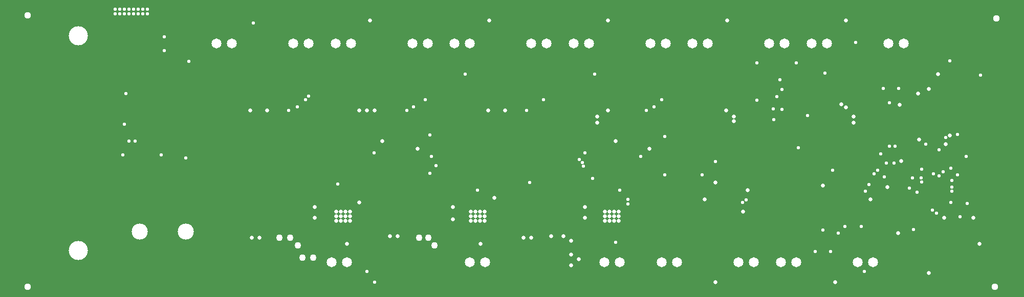
<source format=gbr>
G04 EAGLE Gerber RS-274X export*
G75*
%MOMM*%
%FSLAX34Y34*%
%LPD*%
%INSoldermask Bottom*%
%IPNEG*%
%AMOC8*
5,1,8,0,0,1.08239X$1,22.5*%
G01*
%ADD10C,1.127000*%
%ADD11C,1.651000*%
%ADD12C,2.667000*%
%ADD13C,3.175000*%
%ADD14C,0.630200*%
%ADD15C,0.584200*%
%ADD16C,0.680200*%
%ADD17C,1.102000*%


D10*
X1605280Y22860D03*
X1607820Y467360D03*
X5080Y22860D03*
X5080Y472440D03*
D11*
X1181100Y63500D03*
X1206500Y63500D03*
X933450Y425450D03*
X908050Y425450D03*
X863600Y425450D03*
X838200Y425450D03*
X1060450Y425450D03*
X1035050Y425450D03*
X1130300Y425450D03*
X1104900Y425450D03*
X1327150Y425450D03*
X1301750Y425450D03*
X1257300Y425450D03*
X1231900Y425450D03*
X1454150Y425450D03*
X1428750Y425450D03*
X958850Y63500D03*
X984250Y63500D03*
D12*
X190500Y114300D03*
X266700Y114300D03*
D11*
X1250950Y63500D03*
X1276350Y63500D03*
X736600Y63500D03*
X762000Y63500D03*
X508000Y63500D03*
X533400Y63500D03*
X1054100Y63500D03*
X1079500Y63500D03*
X1377950Y63500D03*
X1403350Y63500D03*
X342900Y425450D03*
X317500Y425450D03*
X469900Y425450D03*
X444500Y425450D03*
X539750Y425450D03*
X514350Y425450D03*
X666750Y425450D03*
X641350Y425450D03*
X736600Y425450D03*
X711200Y425450D03*
D13*
X88900Y438150D03*
X88900Y82550D03*
D14*
X982980Y147320D03*
X982980Y139700D03*
X982980Y132080D03*
X975360Y132080D03*
X975360Y139700D03*
X975360Y147320D03*
X967740Y147320D03*
X967740Y139700D03*
X967740Y132080D03*
X960120Y132080D03*
X960120Y139700D03*
X960120Y147320D03*
X760730Y147320D03*
X760730Y139700D03*
X760730Y132080D03*
X753110Y132080D03*
X753110Y139700D03*
X753110Y147320D03*
X745490Y147320D03*
X745490Y139700D03*
X745490Y132080D03*
X737870Y132080D03*
X737870Y139700D03*
X737870Y147320D03*
X538480Y147320D03*
X538480Y139700D03*
X538480Y132080D03*
X530860Y132080D03*
X530860Y139700D03*
X530860Y147320D03*
X523240Y147320D03*
X523240Y139700D03*
X523240Y132080D03*
X515620Y132080D03*
X515620Y139700D03*
X515620Y147320D03*
D15*
X1193800Y166688D03*
X1531938Y161925D03*
D16*
X768350Y463550D03*
X965200Y463550D03*
X1162050Y463550D03*
X1358900Y463550D03*
X1511300Y374650D03*
X1447800Y323850D03*
X1479550Y266700D03*
X1530350Y273050D03*
X1445260Y111760D03*
X1521460Y137160D03*
X1341120Y30480D03*
X1143000Y30480D03*
X1033780Y251460D03*
X977900Y264160D03*
X650240Y251460D03*
X591820Y264160D03*
X375920Y104140D03*
X388620Y104140D03*
X604520Y106680D03*
X617220Y106680D03*
X825500Y104140D03*
X838200Y104140D03*
X927100Y154940D03*
X927100Y137160D03*
X708660Y154940D03*
X708660Y134620D03*
X777240Y170180D03*
X754380Y93980D03*
X480060Y154940D03*
X480060Y137160D03*
X533400Y93980D03*
X553720Y162560D03*
D15*
X670560Y274320D03*
X670560Y210820D03*
X1059180Y271780D03*
X1059180Y208280D03*
X858520Y332740D03*
X830580Y314960D03*
X464820Y332740D03*
X436880Y314960D03*
X167640Y342900D03*
X165100Y292100D03*
X226060Y241300D03*
X266700Y236220D03*
X378460Y459740D03*
D16*
X571500Y463550D03*
D15*
X231140Y436880D03*
X231140Y414020D03*
X271780Y396240D03*
D16*
X1478280Y342900D03*
X1496060Y350520D03*
X1427480Y187960D03*
X1450340Y231140D03*
X1399540Y167640D03*
X1196340Y182880D03*
X1188720Y147320D03*
X1496060Y45720D03*
X1579880Y93980D03*
X1569720Y137160D03*
D15*
X1244600Y337820D03*
X1239520Y299720D03*
X662940Y332740D03*
X632460Y314960D03*
X1054100Y332740D03*
X1028700Y314960D03*
X977550Y96394D03*
X1483360Y203200D03*
X998220Y167640D03*
X998220Y160020D03*
X1187450Y161925D03*
X1533525Y180975D03*
X1346200Y111125D03*
X1357313Y122238D03*
X1390650Y180975D03*
X1533525Y187325D03*
X1384300Y122238D03*
X1547813Y138113D03*
X469900Y338138D03*
X1490663Y258763D03*
X450850Y320675D03*
X1512888Y206375D03*
X923925Y222250D03*
X1404938Y209550D03*
X1503363Y209550D03*
X642938Y320675D03*
X1439863Y255588D03*
X1389380Y48260D03*
X1320800Y116840D03*
D16*
X373380Y314960D03*
X401320Y314960D03*
X553720Y314960D03*
X566420Y314960D03*
X579120Y314960D03*
X767080Y314960D03*
X795020Y314960D03*
X947420Y294640D03*
X947420Y304800D03*
X965200Y314960D03*
X1160780Y314960D03*
X1173480Y304800D03*
X1173480Y297180D03*
X1351280Y325120D03*
X1358900Y320040D03*
X1371600Y304800D03*
X1371600Y294640D03*
X1320800Y190500D03*
X1143000Y195580D03*
X1125220Y167640D03*
X871220Y106680D03*
X891540Y106680D03*
X904240Y99060D03*
X904240Y76200D03*
X904240Y58420D03*
X916940Y68580D03*
X1524000Y259080D03*
D15*
X149860Y482600D03*
X157480Y482600D03*
X165100Y482600D03*
X149860Y474980D03*
X157480Y474980D03*
X165100Y474980D03*
X172720Y482600D03*
X172720Y474980D03*
X180340Y482600D03*
X180340Y474980D03*
X187960Y474980D03*
X187960Y482600D03*
X195580Y482600D03*
X195580Y474980D03*
X203200Y474980D03*
X203200Y482600D03*
D17*
X652780Y104140D03*
X668020Y104140D03*
X678180Y91440D03*
X421640Y104140D03*
X439420Y104140D03*
X452120Y91440D03*
X459740Y71120D03*
X477520Y71120D03*
D15*
X1308100Y81280D03*
X1333500Y81280D03*
X172720Y264160D03*
X162560Y241300D03*
X182880Y264160D03*
X728663Y374650D03*
X942975Y374650D03*
X1252538Y349250D03*
X1211263Y331788D03*
X1276350Y393700D03*
X1211263Y393700D03*
X1446213Y350838D03*
X1420813Y350838D03*
X1238250Y317500D03*
X1295400Y306388D03*
X1252538Y315913D03*
X1249363Y365125D03*
X1323975Y376238D03*
X1374775Y427038D03*
X917575Y233363D03*
X1468438Y203200D03*
X922338Y228600D03*
X1483678Y195898D03*
X1143000Y230188D03*
X1425575Y227013D03*
X1041400Y320675D03*
X1438275Y227013D03*
X1336675Y215900D03*
X1463675Y185738D03*
X1397000Y192088D03*
X1476375Y179388D03*
X1411288Y215900D03*
X1422400Y204788D03*
X1430338Y327025D03*
X1430338Y255588D03*
X927100Y244475D03*
X577850Y244475D03*
X1416050Y242888D03*
X1519238Y212725D03*
X939800Y201613D03*
X1558925Y160338D03*
X749300Y182563D03*
X579120Y30480D03*
X566420Y48260D03*
X518160Y193040D03*
X1557338Y238125D03*
X984250Y182563D03*
X1512888Y249238D03*
X1279525Y252413D03*
X673100Y238125D03*
X1019175Y238125D03*
X1501775Y149225D03*
X1470025Y117475D03*
X1530350Y396875D03*
X1581150Y373063D03*
X1508125Y144463D03*
X1120775Y207963D03*
X835660Y195580D03*
X680720Y223520D03*
X1531938Y219075D03*
X1524000Y269875D03*
X1543050Y207963D03*
X1543050Y274638D03*
X1484313Y217488D03*
X1533525Y198438D03*
M02*

</source>
